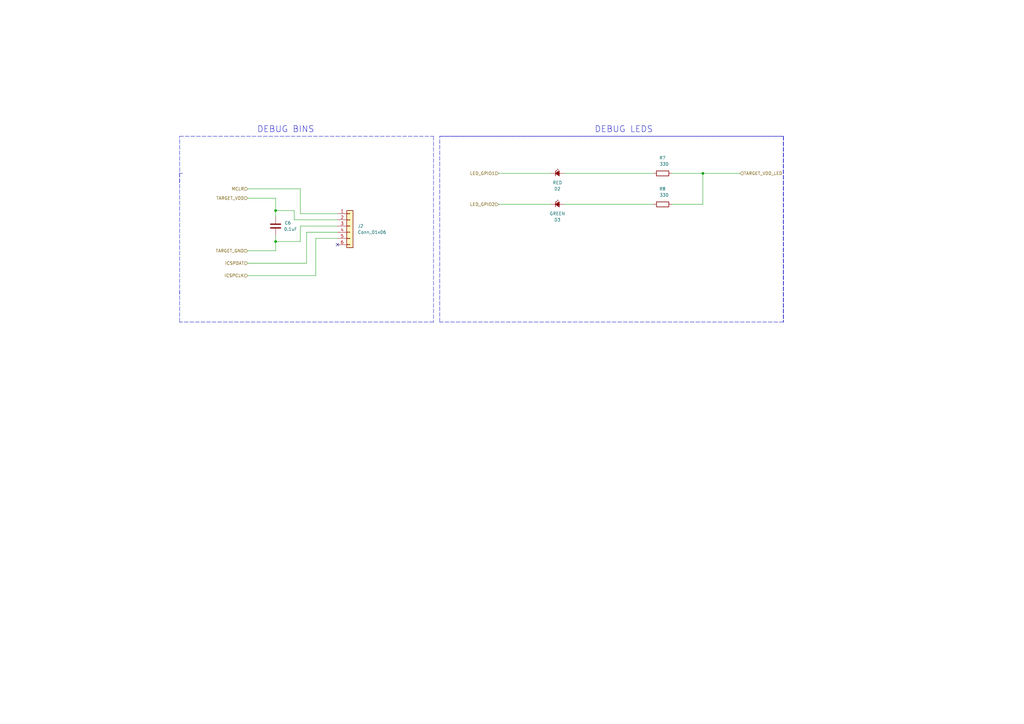
<source format=kicad_sch>
(kicad_sch (version 20211123) (generator eeschema)
  (paper "A3")
  (lib_symbols
    (symbol "Connector_Generic:Conn_01x06" (pin_names (offset 1.016) hide)
      (property "Reference" "J" (at 0 7.62 0))
      (property "Value" "Conn_01x06" (at 0 -10.16 0))
      (symbol "Conn_01x06_1_1"
        (rectangle (start -1.27 -7.493) (end 0 -7.747) (stroke (width 0.1524)))
        (rectangle (start -1.27 -4.953) (end 0 -5.207) (stroke (width 0.1524)))
        (rectangle (start -1.27 -2.413) (end 0 -2.667) (stroke (width 0.1524)))
        (rectangle (start -1.27 0.127) (end 0 -0.127) (stroke (width 0.1524)))
        (rectangle (start -1.27 2.667) (end 0 2.413) (stroke (width 0.1524)))
        (rectangle (start -1.27 5.207) (end 0 4.953) (stroke (width 0.1524)))
        (rectangle (start -1.27 6.35) (end 1.27 -8.89) (stroke (width 0.254)) (fill (type background)))
        (pin passive line (at -5.08 5.08 0) (length 3.81) (name "Pin_1") (number "1"))
        (pin passive line (at -5.08 2.54 0) (length 3.81) (name "Pin_2") (number "2"))
        (pin passive line (at -5.08 0 0) (length 3.81) (name "Pin_3") (number "3"))
        (pin passive line (at -5.08 -2.54 0) (length 3.81) (name "Pin_4") (number "4"))
        (pin passive line (at -5.08 -5.08 0) (length 3.81) (name "Pin_5") (number "5"))
        (pin passive line (at -5.08 -7.62 0) (length 3.81) (name "Pin_6") (number "6"))
      )
    )
    (symbol "Device:C" (pin_numbers hide) (pin_names (offset 0.254))
      (property "Reference" "C" (at 0.635 2.54 0))
      (property "Value" "C" (at 0.635 -2.54 0))
      (symbol "C_0_1"
        (polyline (pts (xy -2.032 -0.762) (xy 2.032 -0.762)) (stroke (width 0.508)))
        (polyline (pts (xy -2.032 0.762) (xy 2.032 0.762)) (stroke (width 0.508)))
      )
      (symbol "C_1_1"
        (pin passive line (at 0 3.81 270) (length 2.794) (name "~") (number "1"))
        (pin passive line (at 0 -3.81 90) (length 2.794) (name "~") (number "2"))
      )
    )
    (symbol "Device:LED_Small_Filled" (pin_numbers hide) (pin_names (offset 0.254) hide)
      (property "Reference" "D" (at -1.27 3.175 0))
      (property "Value" "LED_Small_Filled" (at -4.445 -2.54 0))
      (symbol "LED_Small_Filled_0_1"
        (polyline (pts (xy -0.762 -1.016) (xy -0.762 1.016)) (stroke (width 0.254)))
        (polyline (pts (xy 1.016 0) (xy -0.762 0)))
        (polyline (pts (xy 0.762 -1.016) (xy -0.762 0) (xy 0.762 1.016) (xy 0.762 -1.016)) (stroke (width 0.254)) (fill (type outline)))
        (polyline (pts (xy 0 0.762) (xy -0.508 1.27) (xy -0.254 1.27) (xy -0.508 1.27) (xy -0.508 1.016)))
        (polyline (pts (xy 0.508 1.27) (xy 0 1.778) (xy 0.254 1.778) (xy 0 1.778) (xy 0 1.524)))
      )
      (symbol "LED_Small_Filled_1_1"
        (pin passive line (at -2.54 0 0) (length 1.778) (name "K") (number "1"))
        (pin passive line (at 2.54 0 180) (length 1.778) (name "A") (number "2"))
      )
    )
    (symbol "Device:R" (pin_numbers hide) (pin_names (offset 0))
      (property "Reference" "R" (at 2.032 0 90))
      (property "Value" "R" (at 0 0 90))
      (symbol "R_0_1"
        (rectangle (start -1.016 -2.54) (end 1.016 2.54) (stroke (width 0.254)))
      )
      (symbol "R_1_1"
        (pin passive line (at 0 3.81 270) (length 1.27) (name "~") (number "1"))
        (pin passive line (at 0 -3.81 90) (length 1.27) (name "~") (number "2"))
      )
    )
  )
  (junction (at 288.29 71.12))
  (junction (at 113.03 86.36))
  (junction (at 113.03 99.06))
  (no_connect (at 138.43 100.33))
  (wire (pts (xy 113.03 99.06) (xy 113.03 96.52)))
  (wire (pts (xy 138.43 90.17) (xy 120.65 90.17)))
  (wire (pts (xy 101.6 113.03) (xy 129.54 113.03)))
  (polyline (pts (xy 73.66 132.08) (xy 73.66 119.38)))
  (wire (pts (xy 113.03 81.28) (xy 113.03 86.36)))
  (wire (pts (xy 113.03 102.87) (xy 113.03 99.06)))
  (wire (pts (xy 101.6 102.87) (xy 113.03 102.87)))
  (wire (pts (xy 120.65 90.17) (xy 120.65 86.36)))
  (wire (pts (xy 288.29 83.82) (xy 288.29 71.12)))
  (wire (pts (xy 113.03 86.36) (xy 113.03 88.9)))
  (wire (pts (xy 231.14 71.12) (xy 267.97 71.12)))
  (polyline (pts (xy 181.61 55.88) (xy 321.31 55.88)))
  (wire (pts (xy 275.59 71.12) (xy 288.29 71.12)))
  (polyline (pts (xy 177.8 132.08) (xy 73.66 132.08)))
  (wire (pts (xy 204.47 71.12) (xy 226.06 71.12)))
  (wire (pts (xy 275.59 83.82) (xy 288.29 83.82)))
  (polyline (pts (xy 321.31 132.08) (xy 180.34 132.08)))
  (polyline (pts (xy 321.31 55.88) (xy 321.31 132.08)))
  (wire (pts (xy 288.29 71.12) (xy 303.53 71.12)))
  (wire (pts (xy 231.14 83.82) (xy 267.97 83.82)))
  (wire (pts (xy 125.73 95.25) (xy 138.43 95.25)))
  (wire (pts (xy 123.19 87.63) (xy 138.43 87.63)))
  (wire (pts (xy 123.19 92.71) (xy 123.19 99.06)))
  (polyline (pts (xy 180.34 132.08) (xy 180.34 55.88)))
  (wire (pts (xy 138.43 92.71) (xy 123.19 92.71)))
  (wire (pts (xy 129.54 113.03) (xy 129.54 97.79)))
  (wire (pts (xy 120.65 86.36) (xy 113.03 86.36)))
  (wire (pts (xy 204.47 83.82) (xy 226.06 83.82)))
  (polyline (pts (xy 180.34 55.88) (xy 321.31 55.88)))
  (wire (pts (xy 123.19 77.47) (xy 123.19 87.63)))
  (polyline (pts (xy 321.31 55.88) (xy 321.31 132.08)))
  (polyline (pts (xy 73.66 71.12) (xy 74.93 71.12)))
  (wire (pts (xy 101.6 107.95) (xy 125.73 107.95)))
  (wire (pts (xy 101.6 77.47) (xy 123.19 77.47)))
  (polyline (pts (xy 73.66 120.65) (xy 73.66 71.12)))
  (polyline (pts (xy 73.66 74.93) (xy 73.66 55.88)))
  (wire (pts (xy 123.19 99.06) (xy 113.03 99.06)))
  (wire (pts (xy 101.6 81.28) (xy 113.03 81.28)))
  (wire (pts (xy 125.73 107.95) (xy 125.73 95.25)))
  (polyline (pts (xy 177.8 55.88) (xy 177.8 132.08)))
  (wire (pts (xy 129.54 97.79) (xy 138.43 97.79)))
  (polyline (pts (xy 73.66 55.88) (xy 177.8 55.88)))
  (polyline (pts (xy 186.69 55.88) (xy 321.31 55.88)))
  (polyline (pts (xy 321.31 55.88) (xy 321.31 132.08)))
  (polyline (pts (xy 180.34 55.88) (xy 186.69 55.88)))
  (text "DEBUG BINS" (at 105.41 54.61 0) (effects (font (size 2.54 2.54)) (justify left bottom)))
  (text "DEBUG LEDS" (at 243.84 54.61 0) (effects (font (size 2.54 2.54)) (justify left bottom)))
  (hierarchical_label "MCLR" (shape input) (at 101.6 77.47 180))
  (hierarchical_label "TARGET_VDD_LED" (shape input) (at 303.53 71.12 0))
  (hierarchical_label "ICSPCLK" (shape input) (at 101.6 113.03 180))
  (hierarchical_label "LED_GPIO1" (shape input) (at 204.47 71.12 180))
  (hierarchical_label "TARGET_VDD" (shape input) (at 101.6 81.28 180))
  (hierarchical_label "LED_GPIO2" (shape input) (at 204.47 83.82 180))
  (hierarchical_label "TARGET_GND" (shape input) (at 101.6 102.87 180))
  (hierarchical_label "ICSPDAT" (shape input) (at 101.6 107.95 180))
  (symbol (lib_id "Device:R") (at 271.78 71.12 90) (unit 1)
    (property "Reference" "R7" (at 273.05 64.77 90) (effects (justify left)))
    (property "Value" "330" (at 274.32 67.31 90) (effects (justify left)))
    (property "Footprint" "Resistor_SMD:R_2010_5025Metric_Pad1.40x2.65mm_HandSolder" (effects hide))
  )
  (symbol (lib_id "Device:C") (at 113.03 92.71 180) (unit 1)
    (property "Reference" "C6" (at 119.38 91.44 0) (effects (justify left)))
    (property "Value" "0.1uF" (at 121.92 93.98 0) (effects (justify left)))
    (property "Footprint" "Capacitor_SMD:C_1210_3225Metric_Pad1.33x2.70mm_HandSolder" (effects hide))
    (property "Voltage" "25V" (effects hide))
    (property "Mfr. #" "CL10B104KA8NNNC" (effects hide))
    (property "Order" "https://www.digikey.com/product-detail/en/samsung-electro-mechanics/CL10B104KA8NNNC/1276-1006-1-ND/3889092" (effects hide))
  )
  (symbol (lib_id "Device:LED_Small_Filled") (at 228.6 71.12 0) (unit 1)
    (property "Reference" "D2" (at 228.6 77.47 0))
    (property "Value" "RED" (at 228.6 74.93 0))
    (property "Footprint" "LED_SMD:LED_2010_5025Metric_Pad1.52x2.65mm_HandSolder" (effects hide))
  )
  (symbol (lib_id "Connector_Generic:Conn_01x06") (at 143.51 92.71 0) (unit 1)
    (property "Reference" "J2" (at 146.685 92.7099 0) (effects (justify left)))
    (property "Value" "Conn_01x06" (at 146.685 95.2499 0) (effects (justify left)))
    (property "Footprint" "Connector_PinHeader_2.54mm:PinHeader_1x06_P2.54mm_Horizontal" (effects hide))
  )
  (symbol (lib_id "Device:LED_Small_Filled") (at 228.6 83.82 0) (unit 1)
    (property "Reference" "D3" (at 228.6 90.17 0))
    (property "Value" "GREEN" (at 228.6 87.63 0))
    (property "Footprint" "LED_SMD:LED_2010_5025Metric_Pad1.52x2.65mm_HandSolder" (effects hide))
  )
  (symbol (lib_id "Device:R") (at 271.78 83.82 90) (unit 1)
    (property "Reference" "R8" (at 273.05 77.47 90) (effects (justify left)))
    (property "Value" "330" (at 274.32 80.01 90) (effects (justify left)))
    (property "Footprint" "Resistor_SMD:R_2010_5025Metric_Pad1.40x2.65mm_HandSolder" (effects hide))
  )
)
</source>
